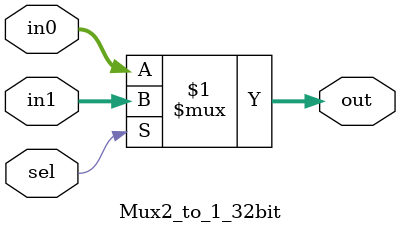
<source format=sv>

module Mux2_to_1_32bit (
    input  logic        sel,  // Selection input (0: in0, 1: in1)
  input  logic [7:0] in0,  // Data input 0
  input  logic [7:0] in1,  // Data input 1
  output logic [7:0] out   // Selected output
);

    // Combinational logic for the multiplexer
    assign out = sel ? in1 : in0;

endmodule
</source>
